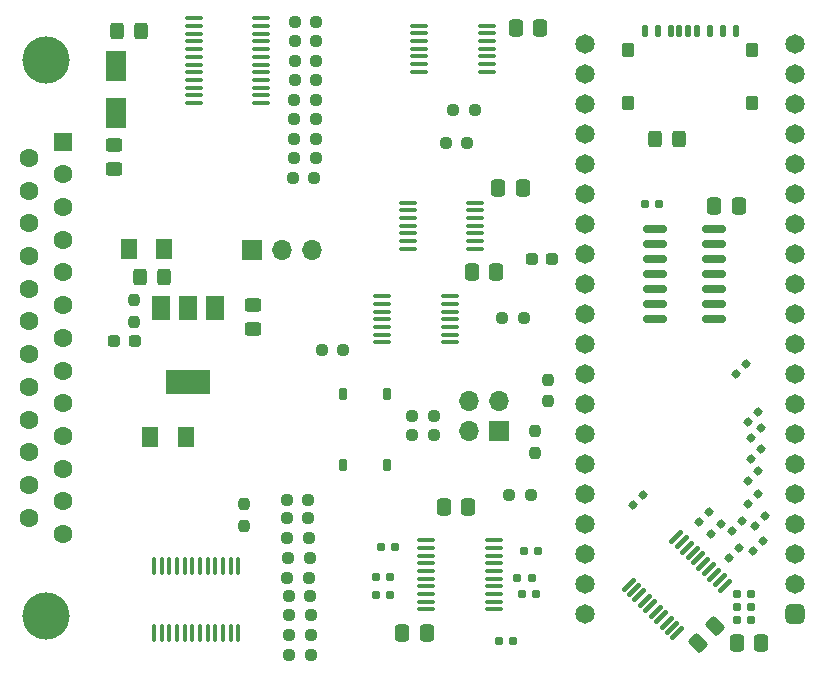
<source format=gbr>
%TF.GenerationSoftware,KiCad,Pcbnew,6.0.5-a6ca702e91~116~ubuntu21.10.1*%
%TF.CreationDate,2022-11-22T05:59:28-07:00*%
%TF.ProjectId,DB25_External,44423235-5f45-4787-9465-726e616c2e6b,rev?*%
%TF.SameCoordinates,Original*%
%TF.FileFunction,Soldermask,Top*%
%TF.FilePolarity,Negative*%
%FSLAX46Y46*%
G04 Gerber Fmt 4.6, Leading zero omitted, Abs format (unit mm)*
G04 Created by KiCad (PCBNEW 6.0.5-a6ca702e91~116~ubuntu21.10.1) date 2022-11-22 05:59:28*
%MOMM*%
%LPD*%
G01*
G04 APERTURE LIST*
G04 Aperture macros list*
%AMRoundRect*
0 Rectangle with rounded corners*
0 $1 Rounding radius*
0 $2 $3 $4 $5 $6 $7 $8 $9 X,Y pos of 4 corners*
0 Add a 4 corners polygon primitive as box body*
4,1,4,$2,$3,$4,$5,$6,$7,$8,$9,$2,$3,0*
0 Add four circle primitives for the rounded corners*
1,1,$1+$1,$2,$3*
1,1,$1+$1,$4,$5*
1,1,$1+$1,$6,$7*
1,1,$1+$1,$8,$9*
0 Add four rect primitives between the rounded corners*
20,1,$1+$1,$2,$3,$4,$5,0*
20,1,$1+$1,$4,$5,$6,$7,0*
20,1,$1+$1,$6,$7,$8,$9,0*
20,1,$1+$1,$8,$9,$2,$3,0*%
G04 Aperture macros list end*
%ADD10RoundRect,0.250001X0.462499X0.624999X-0.462499X0.624999X-0.462499X-0.624999X0.462499X-0.624999X0*%
%ADD11R,1.500000X2.000000*%
%ADD12R,3.800000X2.000000*%
%ADD13RoundRect,0.412500X0.412500X0.412500X-0.412500X0.412500X-0.412500X-0.412500X0.412500X-0.412500X0*%
%ADD14C,1.650000*%
%ADD15RoundRect,0.250000X0.325000X0.450000X-0.325000X0.450000X-0.325000X-0.450000X0.325000X-0.450000X0*%
%ADD16RoundRect,0.250000X0.450000X-0.325000X0.450000X0.325000X-0.450000X0.325000X-0.450000X-0.325000X0*%
%ADD17RoundRect,0.250000X-0.450000X0.325000X-0.450000X-0.325000X0.450000X-0.325000X0.450000X0.325000X0*%
%ADD18R,1.800000X2.500000*%
%ADD19R,1.700000X1.700000*%
%ADD20O,1.700000X1.700000*%
%ADD21RoundRect,0.160000X0.026517X0.252791X-0.252791X-0.026517X-0.026517X-0.252791X0.252791X0.026517X0*%
%ADD22RoundRect,0.100000X-0.100000X0.637500X-0.100000X-0.637500X0.100000X-0.637500X0.100000X0.637500X0*%
%ADD23RoundRect,0.160000X0.197500X0.160000X-0.197500X0.160000X-0.197500X-0.160000X0.197500X-0.160000X0*%
%ADD24RoundRect,0.237500X-0.250000X-0.237500X0.250000X-0.237500X0.250000X0.237500X-0.250000X0.237500X0*%
%ADD25RoundRect,0.237500X-0.287500X-0.237500X0.287500X-0.237500X0.287500X0.237500X-0.287500X0.237500X0*%
%ADD26RoundRect,0.250000X-0.337500X-0.475000X0.337500X-0.475000X0.337500X0.475000X-0.337500X0.475000X0*%
%ADD27RoundRect,0.237500X-0.237500X0.250000X-0.237500X-0.250000X0.237500X-0.250000X0.237500X0.250000X0*%
%ADD28RoundRect,0.100000X-0.637500X-0.100000X0.637500X-0.100000X0.637500X0.100000X-0.637500X0.100000X0*%
%ADD29RoundRect,0.250000X0.097227X-0.574524X0.574524X-0.097227X-0.097227X0.574524X-0.574524X0.097227X0*%
%ADD30RoundRect,0.100000X0.380070X0.521491X-0.521491X-0.380070X-0.380070X-0.521491X0.521491X0.380070X0*%
%ADD31RoundRect,0.160000X-0.197500X-0.160000X0.197500X-0.160000X0.197500X0.160000X-0.197500X0.160000X0*%
%ADD32RoundRect,0.250000X0.337500X0.475000X-0.337500X0.475000X-0.337500X-0.475000X0.337500X-0.475000X0*%
%ADD33RoundRect,0.150000X-0.825000X-0.150000X0.825000X-0.150000X0.825000X0.150000X-0.825000X0.150000X0*%
%ADD34RoundRect,0.237500X0.250000X0.237500X-0.250000X0.237500X-0.250000X-0.237500X0.250000X-0.237500X0*%
%ADD35RoundRect,0.237500X0.237500X-0.250000X0.237500X0.250000X-0.237500X0.250000X-0.237500X-0.250000X0*%
%ADD36RoundRect,0.125000X-0.125000X-0.415000X0.125000X-0.415000X0.125000X0.415000X-0.125000X0.415000X0*%
%ADD37RoundRect,0.262500X-0.262500X-0.337500X0.262500X-0.337500X0.262500X0.337500X-0.262500X0.337500X0*%
%ADD38RoundRect,0.187500X0.187500X-0.312500X0.187500X0.312500X-0.187500X0.312500X-0.187500X-0.312500X0*%
%ADD39C,4.000000*%
%ADD40R,1.600000X1.600000*%
%ADD41C,1.600000*%
%ADD42RoundRect,0.100000X0.637500X0.100000X-0.637500X0.100000X-0.637500X-0.100000X0.637500X-0.100000X0*%
G04 APERTURE END LIST*
D10*
%TO.C,C3*%
X116041500Y-93167200D03*
X113066500Y-93167200D03*
%TD*%
%TO.C,C4*%
X117870300Y-109118400D03*
X114895300Y-109118400D03*
%TD*%
D11*
%TO.C,U3*%
X120393220Y-98146920D03*
X118093220Y-98146920D03*
D12*
X118093220Y-104446920D03*
D11*
X115793220Y-98146920D03*
%TD*%
D13*
%TO.C,RP1*%
X169468800Y-124104400D03*
D14*
X169468800Y-121564400D03*
X169468800Y-119024400D03*
X169468800Y-116484400D03*
X169468800Y-113944400D03*
X169468800Y-111404400D03*
X169468800Y-108864400D03*
X169468800Y-106324400D03*
X169468800Y-103784400D03*
X169468800Y-101244400D03*
X169468800Y-98704400D03*
X169468800Y-96164400D03*
X169468800Y-93624400D03*
X169468800Y-91084400D03*
X169468800Y-88544400D03*
X169468800Y-86004400D03*
X169468800Y-83464400D03*
X169468800Y-80924400D03*
X169468800Y-78384400D03*
X169468800Y-75844400D03*
X151688800Y-75844400D03*
X151688800Y-78384400D03*
X151688800Y-80924400D03*
X151688800Y-83464400D03*
X151688800Y-86004400D03*
X151688800Y-88544400D03*
X151688800Y-91084400D03*
X151688800Y-93624400D03*
X151688800Y-96164400D03*
X151688800Y-98704400D03*
X151688800Y-101244400D03*
X151688800Y-103784400D03*
X151688800Y-106324400D03*
X151688800Y-108864400D03*
X151688800Y-111404400D03*
X151688800Y-113944400D03*
X151688800Y-116484400D03*
X151688800Y-119024400D03*
X151688800Y-121564400D03*
X151688800Y-124104400D03*
%TD*%
D15*
%TO.C,C2*%
X116078000Y-95554800D03*
X114028000Y-95554800D03*
%TD*%
D16*
%TO.C,C5*%
X123596400Y-99941600D03*
X123596400Y-97891600D03*
%TD*%
D17*
%TO.C,C6*%
X111810800Y-84378800D03*
X111810800Y-86428800D03*
%TD*%
D15*
%TO.C,C12*%
X159664400Y-83820000D03*
X157614400Y-83820000D03*
%TD*%
D18*
%TO.C,D1*%
X111963200Y-77635600D03*
X111963200Y-81635600D03*
%TD*%
D19*
%TO.C,J1*%
X123494800Y-93268800D03*
D20*
X126034800Y-93268800D03*
X128574800Y-93268800D03*
%TD*%
D21*
%TO.C,R42*%
X166725600Y-117906800D03*
X165880608Y-118751792D03*
%TD*%
D22*
%TO.C,U2*%
X122345400Y-119971900D03*
X121695400Y-119971900D03*
X121045400Y-119971900D03*
X120395400Y-119971900D03*
X119745400Y-119971900D03*
X119095400Y-119971900D03*
X118445400Y-119971900D03*
X117795400Y-119971900D03*
X117145400Y-119971900D03*
X116495400Y-119971900D03*
X115845400Y-119971900D03*
X115195400Y-119971900D03*
X115195400Y-125696900D03*
X115845400Y-125696900D03*
X116495400Y-125696900D03*
X117145400Y-125696900D03*
X117795400Y-125696900D03*
X118445400Y-125696900D03*
X119095400Y-125696900D03*
X119745400Y-125696900D03*
X120395400Y-125696900D03*
X121045400Y-125696900D03*
X121695400Y-125696900D03*
X122345400Y-125696900D03*
%TD*%
D23*
%TO.C,R54*%
X135178800Y-120954800D03*
X133983800Y-120954800D03*
%TD*%
D24*
%TO.C,R39*%
X126595500Y-122580400D03*
X128420500Y-122580400D03*
%TD*%
D21*
%TO.C,R16*%
X166624000Y-110083600D03*
X165779008Y-110928592D03*
%TD*%
D24*
%TO.C,R4*%
X127052700Y-83820000D03*
X128877700Y-83820000D03*
%TD*%
D23*
%TO.C,R50*%
X147511100Y-122377200D03*
X146316100Y-122377200D03*
%TD*%
D24*
%TO.C,R33*%
X126495800Y-117652800D03*
X128320800Y-117652800D03*
%TD*%
D25*
%TO.C,D2*%
X147167600Y-94030800D03*
X148917600Y-94030800D03*
%TD*%
D24*
%TO.C,R36*%
X126646300Y-127558800D03*
X128471300Y-127558800D03*
%TD*%
D26*
%TO.C,C7*%
X162640100Y-89509600D03*
X164715100Y-89509600D03*
%TD*%
D27*
%TO.C,R56*%
X113487200Y-97487100D03*
X113487200Y-99312100D03*
%TD*%
D28*
%TO.C,U1*%
X118549500Y-73641000D03*
X118549500Y-74291000D03*
X118549500Y-74941000D03*
X118549500Y-75591000D03*
X118549500Y-76241000D03*
X118549500Y-76891000D03*
X118549500Y-77541000D03*
X118549500Y-78191000D03*
X118549500Y-78841000D03*
X118549500Y-79491000D03*
X118549500Y-80141000D03*
X118549500Y-80791000D03*
X124274500Y-80791000D03*
X124274500Y-80141000D03*
X124274500Y-79491000D03*
X124274500Y-78841000D03*
X124274500Y-78191000D03*
X124274500Y-77541000D03*
X124274500Y-76891000D03*
X124274500Y-76241000D03*
X124274500Y-75591000D03*
X124274500Y-74941000D03*
X124274500Y-74291000D03*
X124274500Y-73641000D03*
%TD*%
D24*
%TO.C,R5*%
X127052700Y-82194400D03*
X128877700Y-82194400D03*
%TD*%
%TO.C,R35*%
X126445000Y-114401600D03*
X128270000Y-114401600D03*
%TD*%
%TO.C,R1*%
X126546600Y-119329200D03*
X128371600Y-119329200D03*
%TD*%
D29*
%TO.C,C8*%
X161216777Y-126514423D03*
X162684023Y-125047177D03*
%TD*%
D24*
%TO.C,R38*%
X126646300Y-124155200D03*
X128471300Y-124155200D03*
%TD*%
D21*
%TO.C,R17*%
X166351392Y-111931008D03*
X165506400Y-112776000D03*
%TD*%
D24*
%TO.C,R9*%
X127105400Y-78892400D03*
X128930400Y-78892400D03*
%TD*%
D21*
%TO.C,R13*%
X156581696Y-114029904D03*
X155736704Y-114874896D03*
%TD*%
D25*
%TO.C,D3*%
X111799400Y-100990400D03*
X113549400Y-100990400D03*
%TD*%
D24*
%TO.C,R40*%
X126493900Y-121056400D03*
X128318900Y-121056400D03*
%TD*%
D21*
%TO.C,R45*%
X162204400Y-115417600D03*
X161359408Y-116262592D03*
%TD*%
D30*
%TO.C,U4*%
X163553580Y-121659394D03*
X163093961Y-121199775D03*
X162634342Y-120740155D03*
X162174722Y-120280536D03*
X161715103Y-119820917D03*
X161255483Y-119361297D03*
X160795864Y-118901678D03*
X160336245Y-118442058D03*
X159876625Y-117982439D03*
X159417006Y-117522820D03*
X155368820Y-121571006D03*
X155828439Y-122030625D03*
X156288058Y-122490245D03*
X156747678Y-122949864D03*
X157207297Y-123409483D03*
X157666917Y-123869103D03*
X158126536Y-124328722D03*
X158586155Y-124788342D03*
X159045775Y-125247961D03*
X159505394Y-125707580D03*
%TD*%
D21*
%TO.C,R18*%
X166319200Y-113944400D03*
X165474208Y-114789392D03*
%TD*%
D31*
%TO.C,R47*%
X164541200Y-123494800D03*
X165736200Y-123494800D03*
%TD*%
D26*
%TO.C,C15*%
X139729300Y-115011200D03*
X141804300Y-115011200D03*
%TD*%
D32*
%TO.C,C14*%
X147900300Y-74472800D03*
X145825300Y-74472800D03*
%TD*%
D33*
%TO.C,U8*%
X157632400Y-91440000D03*
X157632400Y-92710000D03*
X157632400Y-93980000D03*
X157632400Y-95250000D03*
X157632400Y-96520000D03*
X157632400Y-97790000D03*
X157632400Y-99060000D03*
X162582400Y-99060000D03*
X162582400Y-97790000D03*
X162582400Y-96520000D03*
X162582400Y-95250000D03*
X162582400Y-93980000D03*
X162582400Y-92710000D03*
X162582400Y-91440000D03*
%TD*%
D23*
%TO.C,R53*%
X135178800Y-122428000D03*
X133983800Y-122428000D03*
%TD*%
D34*
%TO.C,R31*%
X138887200Y-108915200D03*
X137062200Y-108915200D03*
%TD*%
D24*
%TO.C,R3*%
X127054600Y-85445600D03*
X128879600Y-85445600D03*
%TD*%
D21*
%TO.C,R15*%
X166573200Y-108356400D03*
X165728208Y-109201392D03*
%TD*%
D34*
%TO.C,R32*%
X138887200Y-107340400D03*
X137062200Y-107340400D03*
%TD*%
D35*
%TO.C,R41*%
X122834400Y-116584100D03*
X122834400Y-114759100D03*
%TD*%
D24*
%TO.C,R7*%
X127103500Y-75590400D03*
X128928500Y-75590400D03*
%TD*%
D21*
%TO.C,R43*%
X164998400Y-116230400D03*
X164153408Y-117075392D03*
%TD*%
D23*
%TO.C,R49*%
X145580700Y-126390400D03*
X144385700Y-126390400D03*
%TD*%
D24*
%TO.C,R8*%
X127105400Y-77266800D03*
X128930400Y-77266800D03*
%TD*%
D23*
%TO.C,R30*%
X157988000Y-89357200D03*
X156793000Y-89357200D03*
%TD*%
D24*
%TO.C,R2*%
X126953000Y-87122000D03*
X128778000Y-87122000D03*
%TD*%
D35*
%TO.C,R27*%
X148590000Y-106066600D03*
X148590000Y-104241600D03*
%TD*%
D36*
%TO.C,SD2*%
X156728800Y-74673200D03*
X157828800Y-74673200D03*
X158928800Y-74673200D03*
X159678800Y-74673200D03*
X160378800Y-74673200D03*
X161128800Y-74673200D03*
X162228800Y-74673200D03*
X163328800Y-74673200D03*
X164428800Y-74673200D03*
D37*
X165803800Y-76313200D03*
X155353800Y-76313200D03*
X165803800Y-80763200D03*
X155353800Y-80763200D03*
%TD*%
D23*
%TO.C,R55*%
X135585200Y-118364000D03*
X134390200Y-118364000D03*
%TD*%
D21*
%TO.C,R12*%
X165303200Y-102870000D03*
X164458208Y-103714992D03*
%TD*%
D23*
%TO.C,R51*%
X147155500Y-121056400D03*
X145960500Y-121056400D03*
%TD*%
D21*
%TO.C,R19*%
X166928800Y-115773200D03*
X166083808Y-116618192D03*
%TD*%
D26*
%TO.C,C10*%
X164519700Y-126542800D03*
X166594700Y-126542800D03*
%TD*%
D34*
%TO.C,R24*%
X131214500Y-101752400D03*
X129389500Y-101752400D03*
%TD*%
D32*
%TO.C,C9*%
X144162600Y-95148400D03*
X142087600Y-95148400D03*
%TD*%
D24*
%TO.C,R10*%
X127054600Y-80568800D03*
X128879600Y-80568800D03*
%TD*%
%TO.C,R34*%
X126443100Y-115976400D03*
X128268100Y-115976400D03*
%TD*%
D27*
%TO.C,R26*%
X147472400Y-108610400D03*
X147472400Y-110435400D03*
%TD*%
D28*
%TO.C,U7*%
X136685100Y-89236000D03*
X136685100Y-89886000D03*
X136685100Y-90536000D03*
X136685100Y-91186000D03*
X136685100Y-91836000D03*
X136685100Y-92486000D03*
X136685100Y-93136000D03*
X142410100Y-93136000D03*
X142410100Y-92486000D03*
X142410100Y-91836000D03*
X142410100Y-91186000D03*
X142410100Y-90536000D03*
X142410100Y-89886000D03*
X142410100Y-89236000D03*
%TD*%
D24*
%TO.C,R37*%
X126646300Y-125882400D03*
X128471300Y-125882400D03*
%TD*%
D38*
%TO.C,SW1*%
X131153300Y-105458000D03*
X131153300Y-111458000D03*
X134903300Y-105458000D03*
X134903300Y-111458000D03*
%TD*%
D15*
%TO.C,F2*%
X114105800Y-74676000D03*
X112055800Y-74676000D03*
%TD*%
D19*
%TO.C,J4*%
X144373600Y-108610400D03*
D20*
X141833600Y-108610400D03*
X144373600Y-106070400D03*
X141833600Y-106070400D03*
%TD*%
D24*
%TO.C,R23*%
X144678400Y-99009200D03*
X146503400Y-99009200D03*
%TD*%
D39*
%TO.C,J2*%
X106037131Y-77130600D03*
X106037131Y-124230600D03*
D40*
X107457131Y-84060600D03*
D41*
X107457131Y-86830600D03*
X107457131Y-89600600D03*
X107457131Y-92370600D03*
X107457131Y-95140600D03*
X107457131Y-97910600D03*
X107457131Y-100680600D03*
X107457131Y-103450600D03*
X107457131Y-106220600D03*
X107457131Y-108990600D03*
X107457131Y-111760600D03*
X107457131Y-114530600D03*
X107457131Y-117300600D03*
X104617131Y-85445600D03*
X104617131Y-88215600D03*
X104617131Y-90985600D03*
X104617131Y-93755600D03*
X104617131Y-96525600D03*
X104617131Y-99295600D03*
X104617131Y-102065600D03*
X104617131Y-104835600D03*
X104617131Y-107605600D03*
X104617131Y-110375600D03*
X104617131Y-113145600D03*
X104617131Y-115915600D03*
%TD*%
D24*
%TO.C,R25*%
X145291800Y-113995200D03*
X147116800Y-113995200D03*
%TD*%
D28*
%TO.C,U5*%
X134500700Y-97160800D03*
X134500700Y-97810800D03*
X134500700Y-98460800D03*
X134500700Y-99110800D03*
X134500700Y-99760800D03*
X134500700Y-100410800D03*
X134500700Y-101060800D03*
X140225700Y-101060800D03*
X140225700Y-100410800D03*
X140225700Y-99760800D03*
X140225700Y-99110800D03*
X140225700Y-98460800D03*
X140225700Y-97810800D03*
X140225700Y-97160800D03*
%TD*%
D21*
%TO.C,R14*%
X166319200Y-106934000D03*
X165474208Y-107778992D03*
%TD*%
D42*
%TO.C,U9*%
X143984900Y-123676600D03*
X143984900Y-123026600D03*
X143984900Y-122376600D03*
X143984900Y-121726600D03*
X143984900Y-121076600D03*
X143984900Y-120426600D03*
X143984900Y-119776600D03*
X143984900Y-119126600D03*
X143984900Y-118476600D03*
X143984900Y-117826600D03*
X138259900Y-117826600D03*
X138259900Y-118476600D03*
X138259900Y-119126600D03*
X138259900Y-119776600D03*
X138259900Y-120426600D03*
X138259900Y-121076600D03*
X138259900Y-121726600D03*
X138259900Y-122376600D03*
X138259900Y-123026600D03*
X138259900Y-123676600D03*
%TD*%
D23*
%TO.C,R52*%
X147714300Y-118719600D03*
X146519300Y-118719600D03*
%TD*%
D28*
%TO.C,U6*%
X137650300Y-74250000D03*
X137650300Y-74900000D03*
X137650300Y-75550000D03*
X137650300Y-76200000D03*
X137650300Y-76850000D03*
X137650300Y-77500000D03*
X137650300Y-78150000D03*
X143375300Y-78150000D03*
X143375300Y-77500000D03*
X143375300Y-76850000D03*
X143375300Y-76200000D03*
X143375300Y-75550000D03*
X143375300Y-74900000D03*
X143375300Y-74250000D03*
%TD*%
D24*
%TO.C,R6*%
X127103500Y-73914000D03*
X128928500Y-73914000D03*
%TD*%
D32*
%TO.C,C11*%
X138277600Y-125679200D03*
X136202600Y-125679200D03*
%TD*%
D21*
%TO.C,R11*%
X164744400Y-118465600D03*
X163899408Y-119310592D03*
%TD*%
D32*
%TO.C,C13*%
X146405600Y-87985600D03*
X144330600Y-87985600D03*
%TD*%
D24*
%TO.C,R29*%
X140514700Y-81381600D03*
X142339700Y-81381600D03*
%TD*%
D21*
%TO.C,R44*%
X163220400Y-116484400D03*
X162375408Y-117329392D03*
%TD*%
D31*
%TO.C,R46*%
X164553300Y-124561600D03*
X165748300Y-124561600D03*
%TD*%
D34*
%TO.C,R28*%
X141730100Y-84175600D03*
X139905100Y-84175600D03*
%TD*%
D31*
%TO.C,R48*%
X164514600Y-122377200D03*
X165709600Y-122377200D03*
%TD*%
M02*

</source>
